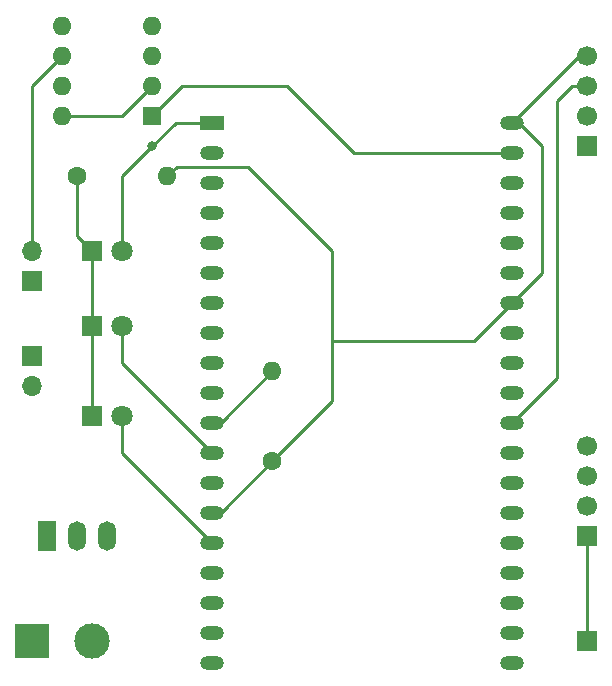
<source format=gbr>
%TF.GenerationSoftware,KiCad,Pcbnew,5.1.10-88a1d61d58~88~ubuntu20.10.1*%
%TF.CreationDate,2021-07-06T11:57:07+02:00*%
%TF.ProjectId,n2k_meteo_gps,65766f5f-6170-42e6-9b69-6361645f7063,rev?*%
%TF.SameCoordinates,Original*%
%TF.FileFunction,Copper,L2,Bot*%
%TF.FilePolarity,Positive*%
%FSLAX46Y46*%
G04 Gerber Fmt 4.6, Leading zero omitted, Abs format (unit mm)*
G04 Created by KiCad (PCBNEW 5.1.10-88a1d61d58~88~ubuntu20.10.1) date 2021-07-06 11:57:07*
%MOMM*%
%LPD*%
G01*
G04 APERTURE LIST*
%TA.AperFunction,ComponentPad*%
%ADD10C,3.000000*%
%TD*%
%TA.AperFunction,ComponentPad*%
%ADD11R,3.000000X3.000000*%
%TD*%
%TA.AperFunction,ComponentPad*%
%ADD12O,1.700000X1.700000*%
%TD*%
%TA.AperFunction,ComponentPad*%
%ADD13R,1.700000X1.700000*%
%TD*%
%TA.AperFunction,ComponentPad*%
%ADD14O,1.600000X1.600000*%
%TD*%
%TA.AperFunction,ComponentPad*%
%ADD15R,1.600000X1.600000*%
%TD*%
%TA.AperFunction,ComponentPad*%
%ADD16O,1.500000X2.500000*%
%TD*%
%TA.AperFunction,ComponentPad*%
%ADD17R,1.500000X2.500000*%
%TD*%
%TA.AperFunction,ComponentPad*%
%ADD18O,2.000000X1.200000*%
%TD*%
%TA.AperFunction,ComponentPad*%
%ADD19R,2.000000X1.200000*%
%TD*%
%TA.AperFunction,ComponentPad*%
%ADD20C,1.600000*%
%TD*%
%TA.AperFunction,ComponentPad*%
%ADD21C,1.700000*%
%TD*%
%TA.AperFunction,ComponentPad*%
%ADD22C,1.800000*%
%TD*%
%TA.AperFunction,ComponentPad*%
%ADD23R,1.800000X1.800000*%
%TD*%
%TA.AperFunction,ViaPad*%
%ADD24C,0.800000*%
%TD*%
%TA.AperFunction,Conductor*%
%ADD25C,0.250000*%
%TD*%
G04 APERTURE END LIST*
D10*
%TO.P,J3,2*%
%TO.N,GND*%
X31750000Y-82550000D03*
D11*
%TO.P,J3,1*%
%TO.N,+12V*%
X26670000Y-82550000D03*
%TD*%
D12*
%TO.P,J4,2*%
%TO.N,Net-(J4-Pad2)*%
X26670000Y-60960000D03*
D13*
%TO.P,J4,1*%
%TO.N,Net-(D3-Pad2)*%
X26670000Y-58420000D03*
%TD*%
D12*
%TO.P,J1,2*%
%TO.N,Net-(J1-Pad2)*%
X26670000Y-49530000D03*
D13*
%TO.P,J1,1*%
%TO.N,Net-(J1-Pad1)*%
X26670000Y-52070000D03*
%TD*%
D14*
%TO.P,U3,8*%
%TO.N,GND*%
X29210000Y-38100000D03*
%TO.P,U3,4*%
%TO.N,Net-(U1-Pad22)*%
X36830000Y-30480000D03*
%TO.P,U3,7*%
%TO.N,Net-(J1-Pad1)*%
X29210000Y-35560000D03*
%TO.P,U3,3*%
%TO.N,Net-(J2-Pad4)*%
X36830000Y-33020000D03*
%TO.P,U3,6*%
%TO.N,Net-(J1-Pad2)*%
X29210000Y-33020000D03*
%TO.P,U3,2*%
%TO.N,GND*%
X36830000Y-35560000D03*
%TO.P,U3,5*%
%TO.N,Net-(D3-Pad2)*%
X29210000Y-30480000D03*
D15*
%TO.P,U3,1*%
%TO.N,Net-(U1-Pad21)*%
X36830000Y-38100000D03*
%TD*%
D16*
%TO.P,U2,3*%
%TO.N,Net-(J2-Pad4)*%
X33020000Y-73660000D03*
%TO.P,U2,2*%
%TO.N,GND*%
X30480000Y-73660000D03*
D17*
%TO.P,U2,1*%
%TO.N,+12V*%
X27940000Y-73660000D03*
%TD*%
D18*
%TO.P,U1,38*%
%TO.N,N/C*%
X67310000Y-84380000D03*
%TO.P,U1,37*%
X67310000Y-81840000D03*
%TO.P,U1,36*%
X67310000Y-79300000D03*
%TO.P,U1,35*%
X67310000Y-76760000D03*
%TO.P,U1,34*%
X67310000Y-74220000D03*
%TO.P,U1,33*%
X67310000Y-71680000D03*
%TO.P,U1,32*%
X67310000Y-69140000D03*
%TO.P,U1,31*%
X67310000Y-66600000D03*
%TO.P,U1,30*%
%TO.N,Net-(J2-Pad7)*%
X67310000Y-64060000D03*
%TO.P,U1,29*%
%TO.N,N/C*%
X67310000Y-61520000D03*
%TO.P,U1,28*%
X67310000Y-58980000D03*
%TO.P,U1,27*%
X67310000Y-56440000D03*
%TO.P,U1,26*%
%TO.N,GND*%
X67310000Y-53900000D03*
%TO.P,U1,25*%
%TO.N,N/C*%
X67310000Y-51360000D03*
%TO.P,U1,24*%
X67310000Y-48820000D03*
%TO.P,U1,23*%
X67310000Y-46280000D03*
%TO.P,U1,22*%
%TO.N,Net-(U1-Pad22)*%
X67310000Y-43740000D03*
%TO.P,U1,21*%
%TO.N,Net-(U1-Pad21)*%
X67310000Y-41200000D03*
%TO.P,U1,20*%
%TO.N,GND*%
X67310000Y-38660000D03*
%TO.P,U1,19*%
%TO.N,Net-(J2-Pad4)*%
X41910000Y-84380000D03*
%TO.P,U1,18*%
%TO.N,N/C*%
X41910000Y-81840000D03*
%TO.P,U1,17*%
X41910000Y-79300000D03*
%TO.P,U1,16*%
X41910000Y-76760000D03*
%TO.P,U1,15*%
%TO.N,Net-(D2-Pad2)*%
X41910000Y-74220000D03*
%TO.P,U1,14*%
%TO.N,GND*%
X41910000Y-71680000D03*
%TO.P,U1,13*%
%TO.N,N/C*%
X41910000Y-69140000D03*
%TO.P,U1,12*%
%TO.N,Net-(D1-Pad2)*%
X41910000Y-66600000D03*
%TO.P,U1,11*%
%TO.N,Net-(J4-Pad2)*%
X41910000Y-64060000D03*
%TO.P,U1,10*%
%TO.N,N/C*%
X41910000Y-61520000D03*
%TO.P,U1,9*%
X41910000Y-58980000D03*
%TO.P,U1,8*%
X41910000Y-56440000D03*
%TO.P,U1,7*%
X41910000Y-53900000D03*
%TO.P,U1,6*%
X41910000Y-51360000D03*
%TO.P,U1,5*%
X41910000Y-48820000D03*
%TO.P,U1,4*%
X41910000Y-46280000D03*
%TO.P,U1,3*%
X41910000Y-43740000D03*
%TO.P,U1,2*%
X41910000Y-41200000D03*
D19*
%TO.P,U1,1*%
%TO.N,Net-(D3-Pad2)*%
X41910000Y-38660000D03*
%TD*%
D14*
%TO.P,R2,2*%
%TO.N,Net-(J4-Pad2)*%
X46990000Y-59690000D03*
D20*
%TO.P,R2,1*%
%TO.N,GND*%
X46990000Y-67310000D03*
%TD*%
D21*
%TO.P,J2,8*%
%TO.N,GND*%
X73660000Y-33020000D03*
%TO.P,J2,7*%
%TO.N,Net-(J2-Pad7)*%
X73660000Y-35560000D03*
%TO.P,J2,6*%
%TO.N,N/C*%
X73660000Y-38100000D03*
D13*
%TO.P,J2,5*%
X73660000Y-40640000D03*
D21*
%TO.P,J2,4*%
%TO.N,Net-(J2-Pad4)*%
X73660000Y-66040000D03*
%TO.P,J2,3*%
%TO.N,N/C*%
X73660000Y-68580000D03*
%TO.P,J2,2*%
X73660000Y-71120000D03*
D13*
%TO.P,J2,1*%
%TO.N,Net-(J2-Pad1)*%
X73660000Y-73660000D03*
%TD*%
%TO.P,J5,1*%
%TO.N,Net-(J2-Pad1)*%
X73660000Y-82550000D03*
%TD*%
D14*
%TO.P,R1,2*%
%TO.N,GND*%
X38100000Y-43180000D03*
D20*
%TO.P,R1,1*%
%TO.N,Net-(D1-Pad1)*%
X30480000Y-43180000D03*
%TD*%
D22*
%TO.P,D3,2*%
%TO.N,Net-(D3-Pad2)*%
X34290000Y-49530000D03*
D23*
%TO.P,D3,1*%
%TO.N,Net-(D1-Pad1)*%
X31750000Y-49530000D03*
%TD*%
D22*
%TO.P,D2,2*%
%TO.N,Net-(D2-Pad2)*%
X34290000Y-63500000D03*
D23*
%TO.P,D2,1*%
%TO.N,Net-(D1-Pad1)*%
X31750000Y-63500000D03*
%TD*%
D22*
%TO.P,D1,2*%
%TO.N,Net-(D1-Pad2)*%
X34290000Y-55880000D03*
D23*
%TO.P,D1,1*%
%TO.N,Net-(D1-Pad1)*%
X31750000Y-55880000D03*
%TD*%
D24*
%TO.N,Net-(D3-Pad2)*%
X36830000Y-40640000D03*
%TD*%
D25*
%TO.N,Net-(D1-Pad2)*%
X34290000Y-58980000D02*
X34290000Y-55880000D01*
X41910000Y-66600000D02*
X34290000Y-58980000D01*
%TO.N,Net-(D1-Pad1)*%
X31750000Y-56440000D02*
X31750000Y-55880000D01*
X31750000Y-64060000D02*
X31750000Y-63500000D01*
X31040000Y-48820000D02*
X31750000Y-49530000D01*
X30480000Y-48260000D02*
X31750000Y-49530000D01*
X30480000Y-43180000D02*
X30480000Y-48260000D01*
X31750000Y-49530000D02*
X31750000Y-55880000D01*
X31750000Y-55880000D02*
X31750000Y-63500000D01*
%TO.N,Net-(D2-Pad2)*%
X34290000Y-66600000D02*
X34290000Y-63500000D01*
X41910000Y-74220000D02*
X34290000Y-66600000D01*
%TO.N,Net-(D3-Pad2)*%
X41910000Y-38660000D02*
X40660000Y-38660000D01*
X41910000Y-38660000D02*
X38810000Y-38660000D01*
X38810000Y-38660000D02*
X36830000Y-40640000D01*
X34290000Y-43180000D02*
X34290000Y-49530000D01*
X36830000Y-40640000D02*
X36830000Y-40640000D01*
X36830000Y-40640000D02*
X34290000Y-43180000D01*
%TO.N,GND*%
X72950000Y-33020000D02*
X73660000Y-33020000D01*
X67310000Y-38660000D02*
X72950000Y-33020000D01*
X38899999Y-42380001D02*
X43979999Y-42380001D01*
X38100000Y-43180000D02*
X38899999Y-42380001D01*
X52070000Y-62230000D02*
X46990000Y-67310000D01*
X52070000Y-57150000D02*
X52070000Y-62230000D01*
X42620000Y-71680000D02*
X46990000Y-67310000D01*
X41910000Y-71680000D02*
X42620000Y-71680000D01*
X34290000Y-38100000D02*
X36830000Y-35560000D01*
X29210000Y-38100000D02*
X34290000Y-38100000D01*
X69850000Y-51360000D02*
X67310000Y-53900000D01*
X69850000Y-40640000D02*
X69850000Y-51360000D01*
X67870000Y-38660000D02*
X69850000Y-40640000D01*
X67310000Y-38660000D02*
X67870000Y-38660000D01*
X64060000Y-57150000D02*
X67310000Y-53900000D01*
X52070000Y-57150000D02*
X64060000Y-57150000D01*
X52070000Y-57150000D02*
X52070000Y-50800000D01*
X43979999Y-42380001D02*
X44920001Y-42380001D01*
X44920001Y-42380001D02*
X52070000Y-49530000D01*
X52070000Y-49530000D02*
X52070000Y-50800000D01*
%TO.N,Net-(J4-Pad2)*%
X42620000Y-64060000D02*
X46990000Y-59690000D01*
X41910000Y-64060000D02*
X42620000Y-64060000D01*
%TO.N,Net-(J2-Pad7)*%
X73660000Y-35560000D02*
X72390000Y-35560000D01*
X72390000Y-35560000D02*
X71120000Y-36830000D01*
X71120000Y-60250000D02*
X67310000Y-64060000D01*
X71120000Y-36830000D02*
X71120000Y-60250000D01*
%TO.N,Net-(U1-Pad21)*%
X39370000Y-35560000D02*
X36830000Y-38100000D01*
X48260000Y-35560000D02*
X39370000Y-35560000D01*
X53900000Y-41200000D02*
X48260000Y-35560000D01*
X67310000Y-41200000D02*
X53900000Y-41200000D01*
%TO.N,Net-(J1-Pad2)*%
X26670000Y-35560000D02*
X26670000Y-49530000D01*
X29210000Y-33020000D02*
X26670000Y-35560000D01*
%TO.N,Net-(J2-Pad1)*%
X73660000Y-73660000D02*
X73660000Y-82550000D01*
%TD*%
M02*

</source>
